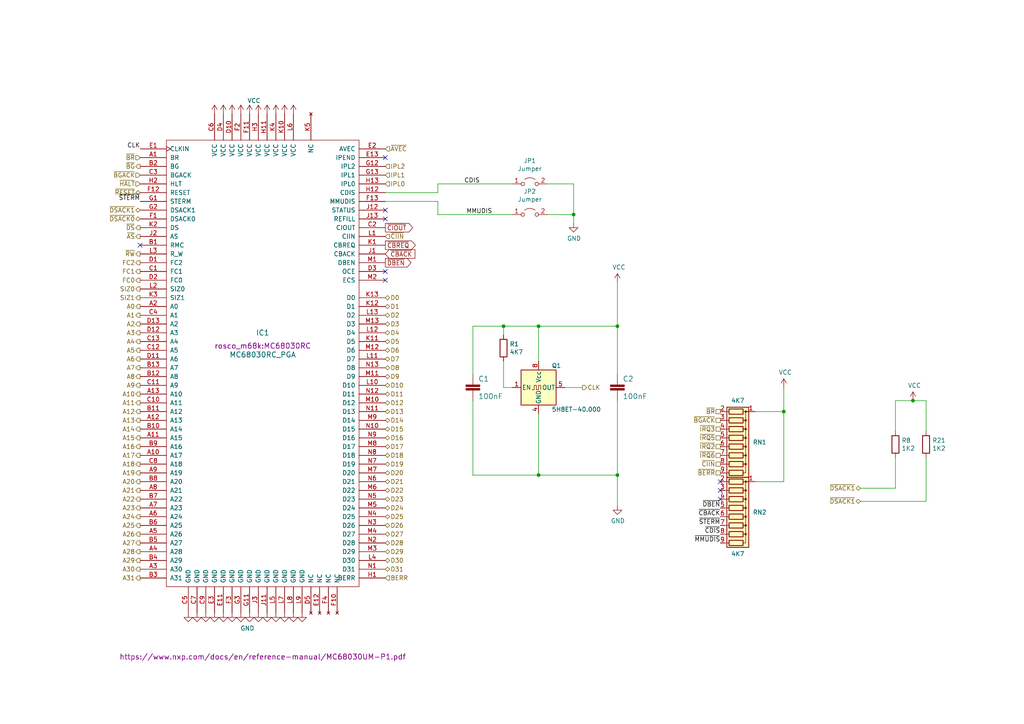
<source format=kicad_sch>
(kicad_sch (version 20230121) (generator eeschema)
  (paper "A4")
  (title_block (title "ROSCO_M68K MC68030 MINI EDITION") (date "2024-02-04") (rev "0") (company "The Really Old-School Company Limited") (comment 2 "See https://github.com/roscopeco/rosco_m68k/blob/master/LICENCE.hardware.txt") (comment 3 "Open Source Hardware licenced under CERN Open Hardware Licence") (comment 4 "Copyright 2024 Ross Bamford and Contributors"))
  (lib_symbols
    (symbol "Device:R" (pin_numbers hide) (pin_names (offset 0))
      (property "Reference" "R" (at 2.032 0 90))
      (property "Value" "R" (at 0 0 90))
      (symbol "R_0_1"
        (rectangle (start -1.016 -2.54) (end 1.016 2.54) (stroke (width 0.254)))
      )
      (symbol "R_1_1"
        (pin passive line (at 0 3.81 270) (length 1.27) (name "~") (number "1"))
        (pin passive line (at 0 -3.81 90) (length 1.27) (name "~") (number "2"))
      )
    )
    (symbol "Device:R_Network08" (pin_names (offset 0) hide)
      (property "Reference" "RN" (at -12.7 0 90))
      (property "Value" "R_Network08" (at 10.16 0 90))
      (symbol "R_Network08_0_1"
        (rectangle (start -11.43 -3.175) (end 8.89 3.175) (stroke (width 0.254)) (fill (type background)))
        (rectangle (start -10.922 1.524) (end -9.398 -2.54) (stroke (width 0.254)))
        (circle (center -10.16 2.286) (radius 0.254) (fill (type outline)))
        (rectangle (start -8.382 1.524) (end -6.858 -2.54) (stroke (width 0.254)))
        (circle (center -7.62 2.286) (radius 0.254) (fill (type outline)))
        (rectangle (start -5.842 1.524) (end -4.318 -2.54) (stroke (width 0.254)))
        (circle (center -5.08 2.286) (radius 0.254) (fill (type outline)))
        (rectangle (start -3.302 1.524) (end -1.778 -2.54) (stroke (width 0.254)))
        (circle (center -2.54 2.286) (radius 0.254) (fill (type outline)))
        (rectangle (start -0.762 1.524) (end 0.762 -2.54) (stroke (width 0.254)))
        (polyline (pts (xy -10.16 -2.54) (xy -10.16 -3.81)))
        (polyline (pts (xy -7.62 -2.54) (xy -7.62 -3.81)))
        (polyline (pts (xy -5.08 -2.54) (xy -5.08 -3.81)))
        (polyline (pts (xy -2.54 -2.54) (xy -2.54 -3.81)))
        (polyline (pts (xy 0 -2.54) (xy 0 -3.81)))
        (polyline (pts (xy 2.54 -2.54) (xy 2.54 -3.81)))
        (polyline (pts (xy 5.08 -2.54) (xy 5.08 -3.81)))
        (polyline (pts (xy 7.62 -2.54) (xy 7.62 -3.81)))
        (polyline (pts (xy -10.16 1.524) (xy -10.16 2.286) (xy -7.62 2.286) (xy -7.62 1.524)))
        (polyline (pts (xy -7.62 1.524) (xy -7.62 2.286) (xy -5.08 2.286) (xy -5.08 1.524)))
        (polyline (pts (xy -5.08 1.524) (xy -5.08 2.286) (xy -2.54 2.286) (xy -2.54 1.524)))
        (polyline (pts (xy -2.54 1.524) (xy -2.54 2.286) (xy 0 2.286) (xy 0 1.524)))
        (polyline (pts (xy 0 1.524) (xy 0 2.286) (xy 2.54 2.286) (xy 2.54 1.524)))
        (polyline (pts (xy 2.54 1.524) (xy 2.54 2.286) (xy 5.08 2.286) (xy 5.08 1.524)))
        (polyline (pts (xy 5.08 1.524) (xy 5.08 2.286) (xy 7.62 2.286) (xy 7.62 1.524)))
        (circle (center 0 2.286) (radius 0.254) (fill (type outline)))
        (rectangle (start 1.778 1.524) (end 3.302 -2.54) (stroke (width 0.254)))
        (circle (center 2.54 2.286) (radius 0.254) (fill (type outline)))
        (rectangle (start 4.318 1.524) (end 5.842 -2.54) (stroke (width 0.254)))
        (circle (center 5.08 2.286) (radius 0.254) (fill (type outline)))
        (rectangle (start 6.858 1.524) (end 8.382 -2.54) (stroke (width 0.254)))
      )
      (symbol "R_Network08_1_1"
        (pin passive line (at -10.16 5.08 270) (length 2.54) (name "common") (number "1"))
        (pin passive line (at -10.16 -5.08 90) (length 1.27) (name "R1") (number "2"))
        (pin passive line (at -7.62 -5.08 90) (length 1.27) (name "R2") (number "3"))
        (pin passive line (at -5.08 -5.08 90) (length 1.27) (name "R3") (number "4"))
        (pin passive line (at -2.54 -5.08 90) (length 1.27) (name "R4") (number "5"))
        (pin passive line (at 0 -5.08 90) (length 1.27) (name "R5") (number "6"))
        (pin passive line (at 2.54 -5.08 90) (length 1.27) (name "R6") (number "7"))
        (pin passive line (at 5.08 -5.08 90) (length 1.27) (name "R7") (number "8"))
        (pin passive line (at 7.62 -5.08 90) (length 1.27) (name "R8") (number "9"))
      )
    )
    (symbol "Jumper:Jumper_2_Open" (pin_names (offset 0) hide)
      (property "Reference" "JP" (at 0 2.794 0))
      (property "Value" "Jumper_2_Open" (at 0 -2.286 0))
      (symbol "Jumper_2_Open_0_0"
        (circle (center -2.032 0) (radius 0.508))
        (circle (center 2.032 0) (radius 0.508))
      )
      (symbol "Jumper_2_Open_0_1"
        (arc (start 1.524 1.27) (mid 0 1.778) (end -1.524 1.27))
      )
      (symbol "Jumper_2_Open_1_1"
        (pin passive line (at -5.08 0 0) (length 2.54) (name "A") (number "1"))
        (pin passive line (at 5.08 0 180) (length 2.54) (name "B") (number "2"))
      )
    )
    (symbol "Oscillator:CXO_DIP8" (pin_names (offset 0.254))
      (property "Reference" "X" (at -5.08 6.35 0))
      (property "Value" "CXO_DIP8" (at 1.27 -6.35 0))
      (symbol "CXO_DIP8_0_1"
        (rectangle (start -5.08 5.08) (end 5.08 -5.08) (stroke (width 0.254)) (fill (type background)))
        (polyline (pts (xy -1.905 -0.635) (xy -1.27 -0.635) (xy -1.27 0.635) (xy -0.635 0.635) (xy -0.635 -0.635) (xy 0 -0.635) (xy 0 0.635) (xy 0.635 0.635) (xy 0.635 -0.635)))
      )
      (symbol "CXO_DIP8_1_1"
        (pin input line (at -7.62 0 0) (length 2.54) (name "EN") (number "1"))
        (pin power_in line (at 0 -7.62 90) (length 2.54) (name "GND") (number "4"))
        (pin output line (at 7.62 0 180) (length 2.54) (name "OUT") (number "5"))
        (pin power_in line (at 0 7.62 270) (length 2.54) (name "Vcc") (number "8"))
      )
    )
    (symbol "power:GND" (power) (pin_names (offset 0))
      (property "Value" "GND" (at 0 -3.81 0))
      (symbol "GND_0_1"
        (polyline (pts (xy 0 0) (xy 0 -1.27) (xy 1.27 -1.27) (xy 0 -2.54) (xy -1.27 -1.27) (xy 0 -1.27)))
      )
      (symbol "GND_1_1"
        (pin power_in line (at 0 0 270) (length 0) hide (name "GND") (number "1"))
      )
    )
    (symbol "power:VCC" (power) (pin_names (offset 0))
      (property "Value" "VCC" (at 0 3.81 0))
      (symbol "VCC_0_1"
        (polyline (pts (xy -0.762 1.27) (xy 0 2.54)))
        (polyline (pts (xy 0 0) (xy 0 2.54)))
        (polyline (pts (xy 0 2.54) (xy 0.762 1.27)))
      )
      (symbol "VCC_1_1"
        (pin power_in line (at 0 0 90) (length 0) hide (name "VCC") (number "1"))
      )
    )
    (symbol "rosco_m68k-eagle-import:C2,5-3" (pin_names (offset 1.016))
      (property "Reference" "C" (at 1.524 0.381 0))
      (property "Value" "C2,5-3" (at 1.524 -4.699 0))
      (symbol "C2,5-3_1_0"
        (rectangle (start -2.032 -2.032) (end 2.032 -1.524) (fill (type outline)))
        (rectangle (start -2.032 -1.016) (end 2.032 -0.508) (fill (type outline)))
        (polyline (pts (xy 0 -2.54) (xy 0 -2.032)))
        (polyline (pts (xy 0 0) (xy 0 -0.508)))
        (pin passive line (at 0 2.54 270) (length 2.54) (name "1") (number "1"))
        (pin passive line (at 0 -5.08 90) (length 2.54) (name "2") (number "2"))
      )
    )
    (symbol "rosco_m68k:MC68030RC_PGA" (pin_names (offset 1.016))
      (property "Reference" "U" (at 0 0 0))
      (property "Value" "MC68030RC_PGA" (at 0 2.54 0))
      (symbol "MC68030RC_PGA_0_1"
        (rectangle (start -27.94 59.69) (end 27.94 -69.85))
      )
      (symbol "MC68030RC_PGA_1_1"
        (pin input line (at -35.56 54.61 0) (length 7.62) (name "BR") (number "A1"))
        (pin tri_state line (at -35.56 -31.75 0) (length 7.62) (name "A17") (number "A10"))
        (pin tri_state line (at -35.56 -26.67 0) (length 7.62) (name "A15") (number "A11"))
        (pin tri_state line (at -35.56 -21.59 0) (length 7.62) (name "A13") (number "A12"))
        (pin tri_state line (at -35.56 -13.97 0) (length 7.62) (name "A10") (number "A13"))
        (pin tri_state line (at -35.56 11.43 0) (length 7.62) (name "A0") (number "A2"))
        (pin tri_state line (at -35.56 -64.77 0) (length 7.62) (name "A30") (number "A3"))
        (pin tri_state line (at -35.56 -59.69 0) (length 7.62) (name "A28") (number "A4"))
        (pin tri_state line (at -35.56 -54.61 0) (length 7.62) (name "A26") (number "A5"))
        (pin tri_state line (at -35.56 -49.53 0) (length 7.62) (name "A24") (number "A6"))
        (pin tri_state line (at -35.56 -46.99 0) (length 7.62) (name "A23") (number "A7"))
        (pin tri_state line (at -35.56 -41.91 0) (length 7.62) (name "A21") (number "A8"))
        (pin tri_state line (at -35.56 -36.83 0) (length 7.62) (name "A19") (number "A9"))
        (pin output line (at -35.56 29.21 0) (length 7.62) (name "RMC") (number "B1"))
        (pin tri_state line (at -35.56 -24.13 0) (length 7.62) (name "A14") (number "B10"))
        (pin tri_state line (at -35.56 -19.05 0) (length 7.62) (name "A12") (number "B11"))
        (pin tri_state line (at -35.56 -8.89 0) (length 7.62) (name "A8") (number "B12"))
        (pin tri_state line (at -35.56 -6.35 0) (length 7.62) (name "A7") (number "B13"))
        (pin output line (at -35.56 52.07 0) (length 7.62) (name "BG") (number "B2"))
        (pin tri_state line (at -35.56 -67.31 0) (length 7.62) (name "A31") (number "B3"))
        (pin tri_state line (at -35.56 -62.23 0) (length 7.62) (name "A29") (number "B4"))
        (pin tri_state line (at -35.56 -57.15 0) (length 7.62) (name "A27") (number "B5"))
        (pin tri_state line (at -35.56 -52.07 0) (length 7.62) (name "A25") (number "B6"))
        (pin tri_state line (at -35.56 -44.45 0) (length 7.62) (name "A22") (number "B7"))
        (pin tri_state line (at -35.56 -39.37 0) (length 7.62) (name "A20") (number "B8"))
        (pin tri_state line (at -35.56 -29.21 0) (length 7.62) (name "A16") (number "B9"))
        (pin output line (at -35.56 21.59 0) (length 7.62) (name "FC1") (number "C1"))
        (pin tri_state line (at -35.56 -16.51 0) (length 7.62) (name "A11") (number "C10"))
        (pin tri_state line (at -35.56 -11.43 0) (length 7.62) (name "A9") (number "C11"))
        (pin tri_state line (at -35.56 -1.27 0) (length 7.62) (name "A5") (number "C12"))
        (pin tri_state line (at -35.56 1.27 0) (length 7.62) (name "A4") (number "C13"))
        (pin output line (at 35.56 34.29 180) (length 7.62) (name "CIOUT") (number "C2"))
        (pin output line (at -35.56 49.53 0) (length 7.62) (name "BGACK") (number "C3"))
        (pin tri_state line (at -35.56 8.89 0) (length 7.62) (name "A1") (number "C4"))
        (pin passive line (at -21.59 -77.47 90) (length 7.62) (name "GND") (number "C5"))
        (pin power_in line (at -13.97 67.31 270) (length 7.62) (name "VCC") (number "C6"))
        (pin passive line (at -19.05 -77.47 90) (length 7.62) (name "GND") (number "C7"))
        (pin tri_state line (at -35.56 -34.29 0) (length 7.62) (name "A18") (number "C8"))
        (pin passive line (at -16.51 -77.47 90) (length 7.62) (name "GND") (number "C9"))
        (pin output line (at -35.56 24.13 0) (length 7.62) (name "FC2") (number "D1"))
        (pin power_in line (at -8.89 67.31 270) (length 7.62) (name "VCC") (number "D10"))
        (pin tri_state line (at -35.56 -3.81 0) (length 7.62) (name "A6") (number "D11"))
        (pin tri_state line (at -35.56 3.81 0) (length 7.62) (name "A3") (number "D12"))
        (pin tri_state line (at -35.56 6.35 0) (length 7.62) (name "A2") (number "D13"))
        (pin output line (at -35.56 19.05 0) (length 7.62) (name "FC0") (number "D2"))
        (pin input line (at 35.56 21.59 180) (length 7.62) (name "OCE") (number "D3"))
        (pin power_in line (at -11.43 67.31 270) (length 7.62) (name "VCC") (number "D4"))
        (pin no_connect line (at 13.97 -77.47 90) (length 7.62) (name "NC") (number "D5"))
        (pin input clock (at -35.56 57.15 0) (length 7.62) (name "CLKIN") (number "E1"))
        (pin passive line (at -11.43 -77.47 90) (length 7.62) (name "GND") (number "E11"))
        (pin no_connect line (at 16.51 -77.47 90) (length 7.62) (name "NC") (number "E12"))
        (pin output line (at 35.56 54.61 180) (length 7.62) (name "IPEND") (number "E13"))
        (pin input line (at 35.56 57.15 180) (length 7.62) (name "AVEC") (number "E2"))
        (pin passive line (at -13.97 -77.47 90) (length 7.62) (name "GND") (number "E3"))
        (pin input line (at -35.56 36.83 0) (length 7.62) (name "DSACK0") (number "F1"))
        (pin no_connect line (at 21.59 -77.47 90) (length 7.62) (name "NC") (number "F10"))
        (pin power_in line (at -3.81 67.31 270) (length 7.62) (name "VCC") (number "F11"))
        (pin input line (at -35.56 44.45 0) (length 7.62) (name "RESET") (number "F12"))
        (pin input line (at 35.56 41.91 180) (length 7.62) (name "MMUDIS") (number "F13"))
        (pin power_in line (at -6.35 67.31 270) (length 7.62) (name "VCC") (number "F2"))
        (pin passive line (at -8.89 -77.47 90) (length 7.62) (name "GND") (number "F3"))
        (pin no_connect line (at 19.05 -77.47 90) (length 7.62) (name "NC") (number "F4"))
        (pin input line (at -35.56 41.91 0) (length 7.62) (name "STERM") (number "G1"))
        (pin passive line (at -3.81 -77.47 90) (length 7.62) (name "GND") (number "G11"))
        (pin input line (at 35.56 52.07 180) (length 7.62) (name "IPL2") (number "G12"))
        (pin input line (at 35.56 49.53 180) (length 7.62) (name "IPL1") (number "G13"))
        (pin input line (at -35.56 39.37 0) (length 7.62) (name "DSACK1") (number "G2"))
        (pin passive line (at -6.35 -77.47 90) (length 7.62) (name "GND") (number "G3"))
        (pin input line (at 35.56 -67.31 180) (length 7.62) (name "BERR") (number "H1"))
        (pin power_in line (at 1.27 67.31 270) (length 7.62) (name "VCC") (number "H11"))
        (pin input line (at 35.56 44.45 180) (length 7.62) (name "CDIS") (number "H12"))
        (pin input line (at 35.56 46.99 180) (length 7.62) (name "IPL0") (number "H13"))
        (pin bidirectional line (at -35.56 46.99 0) (length 7.62) (name "HLT") (number "H2"))
        (pin power_in line (at -1.27 67.31 270) (length 7.62) (name "VCC") (number "H3"))
        (pin input line (at 35.56 26.67 180) (length 7.62) (name "CBACK") (number "J1"))
        (pin passive line (at 1.27 -77.47 90) (length 7.62) (name "GND") (number "J11"))
        (pin input line (at 35.56 39.37 180) (length 7.62) (name "STATUS") (number "J12"))
        (pin input line (at 35.56 36.83 180) (length 7.62) (name "REFILL") (number "J13"))
        (pin output line (at -35.56 31.75 0) (length 7.62) (name "AS") (number "J2"))
        (pin passive line (at -1.27 -77.47 90) (length 7.62) (name "GND") (number "J3"))
        (pin input line (at 35.56 29.21 180) (length 7.62) (name "CBREQ") (number "K1"))
        (pin power_in line (at 6.35 67.31 270) (length 7.62) (name "VCC") (number "K10"))
        (pin input line (at 35.56 1.27 180) (length 7.62) (name "D5") (number "K11"))
        (pin input line (at 35.56 11.43 180) (length 7.62) (name "D1") (number "K12"))
        (pin input line (at 35.56 13.97 180) (length 7.62) (name "D0") (number "K13"))
        (pin output line (at -35.56 34.29 0) (length 7.62) (name "DS") (number "K2"))
        (pin output line (at -35.56 13.97 0) (length 7.62) (name "SIZ1") (number "K3"))
        (pin power_in line (at 3.81 67.31 270) (length 7.62) (name "VCC") (number "K4"))
        (pin no_connect line (at 13.97 67.31 270) (length 7.62) (name "NC") (number "K5"))
        (pin input line (at 35.56 31.75 180) (length 7.62) (name "CIIN") (number "L1"))
        (pin input line (at 35.56 -11.43 180) (length 7.62) (name "D10") (number "L10"))
        (pin input line (at 35.56 -3.81 180) (length 7.62) (name "D7") (number "L11"))
        (pin input line (at 35.56 3.81 180) (length 7.62) (name "D4") (number "L12"))
        (pin input line (at 35.56 8.89 180) (length 7.62) (name "D2") (number "L13"))
        (pin output line (at -35.56 16.51 0) (length 7.62) (name "SIZ0") (number "L2"))
        (pin output line (at -35.56 26.67 0) (length 7.62) (name "R_W") (number "L3"))
        (pin input line (at 35.56 -62.23 180) (length 7.62) (name "D30") (number "L4"))
        (pin passive line (at 3.81 -77.47 90) (length 7.62) (name "GND") (number "L5"))
        (pin power_in line (at 8.89 67.31 270) (length 7.62) (name "VCC") (number "L6"))
        (pin passive line (at 6.35 -77.47 90) (length 7.62) (name "GND") (number "L7"))
        (pin passive line (at 8.89 -77.47 90) (length 7.62) (name "GND") (number "L8"))
        (pin passive line (at 11.43 -77.47 90) (length 7.62) (name "GND") (number "L9"))
        (pin input line (at 35.56 24.13 180) (length 7.62) (name "DBEN") (number "M1"))
        (pin input line (at 35.56 -16.51 180) (length 7.62) (name "D12") (number "M10"))
        (pin input line (at 35.56 -8.89 180) (length 7.62) (name "D9") (number "M11"))
        (pin input line (at 35.56 -1.27 180) (length 7.62) (name "D6") (number "M12"))
        (pin input line (at 35.56 6.35 180) (length 7.62) (name "D3") (number "M13"))
        (pin input line (at 35.56 19.05 180) (length 7.62) (name "ECS") (number "M2"))
        (pin input line (at 35.56 -59.69 180) (length 7.62) (name "D29") (number "M3"))
        (pin bidirectional line (at 35.56 -54.61 180) (length 7.62) (name "D27") (number "M4"))
        (pin input line (at 35.56 -46.99 180) (length 7.62) (name "D24") (number "M5"))
        (pin input line (at 35.56 -41.91 180) (length 7.62) (name "D22") (number "M6"))
        (pin input line (at 35.56 -36.83 180) (length 7.62) (name "D20") (number "M7"))
        (pin input line (at 35.56 -29.21 180) (length 7.62) (name "D17") (number "M8"))
        (pin input line (at 35.56 -21.59 180) (length 7.62) (name "D14") (number "M9"))
        (pin input line (at 35.56 -64.77 180) (length 7.62) (name "D31") (number "N1"))
        (pin input line (at 35.56 -24.13 180) (length 7.62) (name "D15") (number "N10"))
        (pin input line (at 35.56 -19.05 180) (length 7.62) (name "D13") (number "N11"))
        (pin input line (at 35.56 -13.97 180) (length 7.62) (name "D11") (number "N12"))
        (pin input line (at 35.56 -6.35 180) (length 7.62) (name "D8") (number "N13"))
        (pin input line (at 35.56 -57.15 180) (length 7.62) (name "D28") (number "N2"))
        (pin bidirectional line (at 35.56 -52.07 180) (length 7.62) (name "D26") (number "N3"))
        (pin input line (at 35.56 -49.53 180) (length 7.62) (name "D25") (number "N4"))
        (pin input line (at 35.56 -44.45 180) (length 7.62) (name "D23") (number "N5"))
        (pin input line (at 35.56 -39.37 180) (length 7.62) (name "D21") (number "N6"))
        (pin input line (at 35.56 -34.29 180) (length 7.62) (name "D19") (number "N7"))
        (pin input line (at 35.56 -31.75 180) (length 7.62) (name "D18") (number "N8"))
        (pin input line (at 35.56 -26.67 180) (length 7.62) (name "D16") (number "N9"))
      )
    )
  )
  (junction (at 156.21 94.615))
  (junction (at 166.37 62.23))
  (junction (at 227.33 119.38))
  (junction (at 264.795 116.205))
  (junction (at 146.05 94.615))
  (junction (at 179.07 137.795))
  (junction (at 156.21 137.795))
  (junction (at 179.07 94.615))
  (no_connect (at 40.64 71.12))
  (no_connect (at 111.76 60.96))
  (no_connect (at 111.76 63.5))
  (no_connect (at 111.76 45.72))
  (no_connect (at 208.915 144.78))
  (no_connect (at 111.76 78.74))
  (no_connect (at 111.76 81.28))
  (no_connect (at 208.915 139.7))
  (no_connect (at 208.915 142.24))
  (wire (pts (xy 219.075 119.38) (xy 227.33 119.38)))
  (wire (pts (xy 163.83 112.395) (xy 168.91 112.395)))
  (wire (pts (xy 111.76 58.42) (xy 127 58.42)))
  (wire (pts (xy 166.37 62.23) (xy 166.37 53.34)))
  (wire (pts (xy 146.05 94.615) (xy 156.21 94.615)))
  (wire (pts (xy 137.16 94.615) (xy 146.05 94.615)))
  (wire (pts (xy 179.07 81.915) (xy 179.07 94.615)))
  (wire (pts (xy 127 53.34) (xy 148.59 53.34)))
  (wire (pts (xy 249.555 141.605) (xy 259.715 141.605)))
  (wire (pts (xy 264.795 116.205) (xy 268.605 116.205)))
  (wire (pts (xy 227.33 119.38) (xy 227.33 139.7)))
  (wire (pts (xy 146.05 112.395) (xy 148.59 112.395)))
  (wire (pts (xy 249.555 145.415) (xy 268.605 145.415)))
  (wire (pts (xy 179.07 108.585) (xy 179.07 94.615)))
  (wire (pts (xy 259.715 125.095) (xy 259.715 116.205)))
  (wire (pts (xy 127 53.34) (xy 127 55.88)))
  (wire (pts (xy 156.21 120.015) (xy 156.21 137.795)))
  (wire (pts (xy 127 58.42) (xy 127 62.23)))
  (wire (pts (xy 259.715 141.605) (xy 259.715 132.715)))
  (wire (pts (xy 156.21 137.795) (xy 137.16 137.795)))
  (wire (pts (xy 227.33 139.7) (xy 219.075 139.7)))
  (wire (pts (xy 137.16 116.205) (xy 137.16 137.795)))
  (wire (pts (xy 158.75 53.34) (xy 166.37 53.34)))
  (wire (pts (xy 156.21 94.615) (xy 179.07 94.615)))
  (wire (pts (xy 158.75 62.23) (xy 166.37 62.23)))
  (wire (pts (xy 111.76 55.88) (xy 127 55.88)))
  (wire (pts (xy 179.07 137.795) (xy 179.07 146.685)))
  (wire (pts (xy 259.715 116.205) (xy 264.795 116.205)))
  (wire (pts (xy 137.16 108.585) (xy 137.16 94.615)))
  (wire (pts (xy 166.37 62.23) (xy 166.37 64.77)))
  (wire (pts (xy 156.21 94.615) (xy 156.21 104.775)))
  (wire (pts (xy 268.605 116.205) (xy 268.605 125.095)))
  (wire (pts (xy 179.07 116.205) (xy 179.07 137.795)))
  (wire (pts (xy 146.05 97.155) (xy 146.05 94.615)))
  (wire (pts (xy 179.07 137.795) (xy 156.21 137.795)))
  (wire (pts (xy 146.05 104.775) (xy 146.05 112.395)))
  (wire (pts (xy 127 62.23) (xy 148.59 62.23)))
  (wire (pts (xy 227.33 112.395) (xy 227.33 119.38)))
  (wire (pts (xy 268.605 132.715) (xy 268.605 145.415)))
  (label "~{STERM}" (at 208.915 152.4 180))
  (label "MMUDIS" (at 135.255 62.23 0))
  (label "CLK" (at 40.64 43.18 180))
  (label "~{DBEN}" (at 208.915 147.32 180))
  (label "~{STERM}" (at 40.64 58.42 180))
  (label "CDIS" (at 134.62 53.34 0))
  (label "~{CBACK}" (at 208.915 149.86 180))
  (label "~{MMUDIS}" (at 208.915 157.48 180))
  (label "~{CDIS}" (at 208.915 154.94 180))
  (global_label "~{CBACK}" (shape input) (at 111.76 73.66 0) (property "Intersheetrefs" "${INTERSHEET_REFS}" (effects hide)))
  (global_label "~{DBEN}" (shape output) (at 111.76 76.2 0) (property "Intersheetrefs" "${INTERSHEET_REFS}" (effects hide)))
  (global_label "~{CBREQ}" (shape output) (at 111.76 71.12 0) (property "Intersheetrefs" "${INTERSHEET_REFS}" (effects hide)))
  (global_label "~{CIOUT}" (shape output) (at 111.76 66.04 0) (property "Intersheetrefs" "${INTERSHEET_REFS}" (effects hide)))
  (hierarchical_label "A14" (shape output) (at 40.64 124.46 180))
  (hierarchical_label "D27" (shape bidirectional) (at 111.76 154.94 0))
  (hierarchical_label "D30" (shape bidirectional) (at 111.76 162.56 0))
  (hierarchical_label "~{CIIN}" (shape passive) (at 208.915 134.62 180))
  (hierarchical_label "D28" (shape bidirectional) (at 111.76 157.48 0))
  (hierarchical_label "D4" (shape bidirectional) (at 111.76 96.52 0))
  (hierarchical_label "~{DSACK0}" (shape tri_state) (at 40.64 63.5 180))
  (hierarchical_label "D13" (shape bidirectional) (at 111.76 119.38 0))
  (hierarchical_label "D1" (shape bidirectional) (at 111.76 88.9 0))
  (hierarchical_label "~{RW}" (shape output) (at 40.64 73.66 180))
  (hierarchical_label "A1" (shape output) (at 40.64 91.44 180))
  (hierarchical_label "~{DSACK1}" (shape tri_state) (at 40.64 60.96 180))
  (hierarchical_label "~{AVEC}" (shape input) (at 111.76 43.18 0))
  (hierarchical_label "D9" (shape bidirectional) (at 111.76 109.22 0))
  (hierarchical_label "FC0" (shape output) (at 40.64 81.28 180))
  (hierarchical_label "A22" (shape output) (at 40.64 144.78 180))
  (hierarchical_label "A19" (shape output) (at 40.64 137.16 180))
  (hierarchical_label "FC1" (shape output) (at 40.64 78.74 180))
  (hierarchical_label "A10" (shape output) (at 40.64 114.3 180))
  (hierarchical_label "~{DSACK1}" (shape bidirectional) (at 249.555 145.415 180))
  (hierarchical_label "~{BGACK}" (shape input) (at 40.64 50.8 180))
  (hierarchical_label "D22" (shape bidirectional) (at 111.76 142.24 0))
  (hierarchical_label "A6" (shape output) (at 40.64 104.14 180))
  (hierarchical_label "~{IRQ5}" (shape passive) (at 208.915 127 180))
  (hierarchical_label "A21" (shape output) (at 40.64 142.24 180))
  (hierarchical_label "~{CIIN}" (shape input) (at 111.76 68.58 0))
  (hierarchical_label "D20" (shape bidirectional) (at 111.76 137.16 0))
  (hierarchical_label "~{BERR}" (shape passive) (at 208.915 137.16 180))
  (hierarchical_label "~{BG}" (shape output) (at 40.64 48.26 180))
  (hierarchical_label "IPL0" (shape input) (at 111.76 53.34 0))
  (hierarchical_label "A11" (shape output) (at 40.64 116.84 180))
  (hierarchical_label "A31" (shape output) (at 40.64 167.64 180))
  (hierarchical_label "A2" (shape output) (at 40.64 93.98 180))
  (hierarchical_label "~{AS}" (shape output) (at 40.64 68.58 180))
  (hierarchical_label "A15" (shape output) (at 40.64 127 180))
  (hierarchical_label "A13" (shape output) (at 40.64 121.92 180))
  (hierarchical_label "D25" (shape bidirectional) (at 111.76 149.86 0))
  (hierarchical_label "~{BGACK}" (shape passive) (at 208.915 121.92 180))
  (hierarchical_label "~{HALT}" (shape input) (at 40.64 53.34 180))
  (hierarchical_label "D14" (shape bidirectional) (at 111.76 121.92 0))
  (hierarchical_label "~{IRQ6}" (shape passive) (at 208.915 132.08 180))
  (hierarchical_label "D31" (shape bidirectional) (at 111.76 165.1 0))
  (hierarchical_label "D24" (shape bidirectional) (at 111.76 147.32 0))
  (hierarchical_label "IPL2" (shape input) (at 111.76 48.26 0))
  (hierarchical_label "D21" (shape bidirectional) (at 111.76 139.7 0))
  (hierarchical_label "A8" (shape output) (at 40.64 109.22 180))
  (hierarchical_label "A24" (shape output) (at 40.64 149.86 180))
  (hierarchical_label "A12" (shape output) (at 40.64 119.38 180))
  (hierarchical_label "A7" (shape output) (at 40.64 106.68 180))
  (hierarchical_label "D7" (shape bidirectional) (at 111.76 104.14 0))
  (hierarchical_label "CLK" (shape output) (at 168.91 112.395 0))
  (hierarchical_label "A27" (shape output) (at 40.64 157.48 180))
  (hierarchical_label "A4" (shape output) (at 40.64 99.06 180))
  (hierarchical_label "BERR" (shape input) (at 111.76 167.64 0))
  (hierarchical_label "D2" (shape bidirectional) (at 111.76 91.44 0))
  (hierarchical_label "A5" (shape output) (at 40.64 101.6 180))
  (hierarchical_label "A20" (shape output) (at 40.64 139.7 180))
  (hierarchical_label "D26" (shape bidirectional) (at 111.76 152.4 0))
  (hierarchical_label "D18" (shape bidirectional) (at 111.76 132.08 0))
  (hierarchical_label "D16" (shape bidirectional) (at 111.76 127 0))
  (hierarchical_label "D15" (shape bidirectional) (at 111.76 124.46 0))
  (hierarchical_label "~{IRQ2}" (shape passive) (at 208.915 129.54 180))
  (hierarchical_label "D19" (shape bidirectional) (at 111.76 134.62 0))
  (hierarchical_label "D17" (shape bidirectional) (at 111.76 129.54 0))
  (hierarchical_label "~{RESET}" (shape bidirectional) (at 40.64 55.88 180))
  (hierarchical_label "D10" (shape bidirectional) (at 111.76 111.76 0))
  (hierarchical_label "A16" (shape output) (at 40.64 129.54 180))
  (hierarchical_label "A25" (shape output) (at 40.64 152.4 180))
  (hierarchical_label "D5" (shape bidirectional) (at 111.76 99.06 0))
  (hierarchical_label "~{DS}" (shape output) (at 40.64 66.04 180))
  (hierarchical_label "~{BR}" (shape input) (at 40.64 45.72 180))
  (hierarchical_label "~{BR}" (shape passive) (at 208.915 119.38 180))
  (hierarchical_label "D0" (shape bidirectional) (at 111.76 86.36 0))
  (hierarchical_label "D8" (shape bidirectional) (at 111.76 106.68 0))
  (hierarchical_label "A23" (shape output) (at 40.64 147.32 180))
  (hierarchical_label "SIZ1" (shape output) (at 40.64 86.36 180))
  (hierarchical_label "~{DSACK1}" (shape bidirectional) (at 249.555 141.605 180))
  (hierarchical_label "D29" (shape bidirectional) (at 111.76 160.02 0))
  (hierarchical_label "D3" (shape bidirectional) (at 111.76 93.98 0))
  (hierarchical_label "A26" (shape output) (at 40.64 154.94 180))
  (hierarchical_label "D12" (shape bidirectional) (at 111.76 116.84 0))
  (hierarchical_label "~{IRQ3}" (shape passive) (at 208.915 124.46 180))
  (hierarchical_label "A9" (shape output) (at 40.64 111.76 180))
  (hierarchical_label "A17" (shape output) (at 40.64 132.08 180))
  (hierarchical_label "SIZ0" (shape output) (at 40.64 83.82 180))
  (hierarchical_label "A29" (shape output) (at 40.64 162.56 180))
  (hierarchical_label "A28" (shape output) (at 40.64 160.02 180))
  (hierarchical_label "IPL1" (shape input) (at 111.76 50.8 0))
  (hierarchical_label "A0" (shape output) (at 40.64 88.9 180))
  (hierarchical_label "D11" (shape bidirectional) (at 111.76 114.3 0))
  (hierarchical_label "A30" (shape output) (at 40.64 165.1 180))
  (hierarchical_label "FC2" (shape output) (at 40.64 76.2 180))
  (hierarchical_label "A3" (shape output) (at 40.64 96.52 180))
  (hierarchical_label "D23" (shape bidirectional) (at 111.76 144.78 0))
  (hierarchical_label "A18" (shape output) (at 40.64 134.62 180))
  (hierarchical_label "D6" (shape bidirectional) (at 111.76 101.6 0))
  (symbol (lib_id "power:VCC") (at 227.33 112.395 0) (unit 1)
    (property "Reference" "#PWR028" (effects hide))
    (property "Value" "VCC" (at 227.7618 108.0008 0))
  )
  (symbol (lib_id "power:VCC") (at 179.07 81.915 0) (unit 1)
    (property "Reference" "#PWR026" (effects hide))
    (property "Value" "VCC" (at 179.5018 77.5208 0))
  )
  (symbol (lib_id "power:GND") (at 179.07 146.685 0) (unit 1)
    (property "Reference" "#PWR027" (effects hide))
    (property "Value" "GND" (at 179.197 151.0792 0))
  )
  (symbol (lib_id "rosco_m68k-eagle-import:C2,5-3") (at 137.16 111.125 0) (unit 1)
    (property "Reference" "C1" (at 138.684 110.744 0) (effects (font (size 1.4986 1.4986)) (justify left bottom)))
    (property "Value" "100nF" (at 138.684 115.824 0) (effects (font (size 1.4986 1.4986)) (justify left bottom)))
    (property "Footprint" "Capacitor_SMD:C_0201_0603Metric" (effects hide))
  )
  (symbol (lib_id "rosco_m68k-eagle-import:C2,5-3") (at 179.07 111.125 0) (unit 1)
    (property "Reference" "C2" (at 180.594 110.744 0) (effects (font (size 1.4986 1.4986)) (justify left bottom)))
    (property "Value" "100nF" (at 180.594 115.824 0) (effects (font (size 1.4986 1.4986)) (justify left bottom)))
    (property "Footprint" "Capacitor_SMD:C_0201_0603Metric" (effects hide))
  )
  (symbol (lib_id "Oscillator:CXO_DIP8") (at 156.21 112.395 0) (unit 1)
    (property "Reference" "Q1" (at 160.02 106.045 0) (effects (justify left)))
    (property "Value" "5H8ET-40.000" (at 160.02 118.745 0) (effects (justify left)))
    (property "Footprint" "Oscillator:Oscillator_DIP-8" (effects hide))
    (property "Datasheet" "http://cdn-reichelt.de/documents/datenblatt/B400/OSZI.pdf" (effects hide))
  )
  (symbol (lib_id "Device:R") (at 146.05 100.965 0) (unit 1)
    (property "Reference" "R1" (at 147.828 99.7966 0) (effects (justify left)))
    (property "Value" "4K7" (at 147.828 102.108 0) (effects (justify left)))
    (property "Footprint" "Resistor_SMD:R_0201_0603Metric" (effects hide))
  )
  (symbol (lib_id "Jumper:Jumper_2_Open") (at 153.67 53.34 0) (unit 1)
    (property "Reference" "JP1" (at 153.67 46.6344 0))
    (property "Value" "Jumper" (at 153.67 48.9458 0))
    (property "Footprint" "Jumper:SolderJumper-2_P1.3mm_Open_TrianglePad1.0x1.5mm" (effects hide))
  )
  (symbol (lib_id "power:GND") (at 57.15 177.8 0) (unit 1)
    (property "Reference" "#PWR02" (effects hide))
    (property "Value" "GND" (effects hide))
  )
  (symbol (lib_id "rosco_m68k:MC68030RC_PGA") (at 76.2 100.33 0) (unit 1)
    (property "Reference" "IC1" (at 76.2 96.52 0) (effects (font (size 1.524 1.524))))
    (property "Value" "MC68030RC_PGA" (at 76.2 102.87 0) (effects (font (size 1.524 1.524))))
    (property "Footprint" "rosco_m68k:MC68030RC" (at 76.2 100.33 0) (effects (font (size 1.524 1.524))))
    (property "Datasheet" "https://www.nxp.com/docs/en/reference-manual/MC68030UM-P1.pdf" (at 76.2 190.5 0) (effects (font (size 1.524 1.524))))
  )
  (symbol (lib_id "power:GND") (at 80.01 177.8 0) (unit 1)
    (property "Reference" "#PWR019" (effects hide))
    (property "Value" "GND" (effects hide))
  )
  (symbol (lib_id "power:VCC") (at 62.23 33.02 0) (unit 1)
    (property "Reference" "#PWR04" (effects hide))
    (property "Value" "VCC" (at 73.66 29.21 0))
  )
  (symbol (lib_id "power:GND") (at 62.23 177.8 0) (unit 1)
    (property "Reference" "#PWR05" (effects hide))
    (property "Value" "GND" (effects hide))
  )
  (symbol (lib_id "power:GND") (at 69.85 177.8 0) (unit 1)
    (property "Reference" "#PWR011" (effects hide))
    (property "Value" "GND" (effects hide))
  )
  (symbol (lib_id "power:VCC") (at 69.85 33.02 0) (unit 1)
    (property "Reference" "#PWR010" (effects hide))
    (property "Value" "VCC" (effects hide))
  )
  (symbol (lib_id "power:GND") (at 54.61 177.8 0) (unit 1)
    (property "Reference" "#PWR01" (effects hide))
    (property "Value" "GND" (effects hide))
  )
  (symbol (lib_id "power:GND") (at 77.47 177.8 0) (unit 1)
    (property "Reference" "#PWR017" (effects hide))
    (property "Value" "GND" (at 71.755 182.245 0))
  )
  (symbol (lib_id "power:VCC") (at 82.55 33.02 0) (unit 1)
    (property "Reference" "#PWR020" (effects hide))
    (property "Value" "VCC" (effects hide))
  )
  (symbol (lib_id "Jumper:Jumper_2_Open") (at 153.67 62.23 0) (unit 1)
    (property "Reference" "JP2" (at 153.67 55.5244 0))
    (property "Value" "Jumper" (at 153.67 57.8358 0))
    (property "Footprint" "Jumper:SolderJumper-2_P1.3mm_Open_TrianglePad1.0x1.5mm" (effects hide))
  )
  (symbol (lib_id "power:VCC") (at 80.01 33.02 0) (unit 1)
    (property "Reference" "#PWR018" (effects hide))
    (property "Value" "VCC" (effects hide))
  )
  (symbol (lib_id "power:GND") (at 87.63 177.8 0) (unit 1)
    (property "Reference" "#PWR024" (effects hide))
    (property "Value" "GND" (effects hide))
  )
  (symbol (lib_id "power:VCC") (at 77.47 33.02 0) (unit 1)
    (property "Reference" "#PWR016" (effects hide))
    (property "Value" "VCC" (effects hide))
  )
  (symbol (lib_id "power:GND") (at 82.55 177.8 0) (unit 1)
    (property "Reference" "#PWR021" (effects hide))
    (property "Value" "GND" (effects hide))
  )
  (symbol (lib_id "Device:R") (at 268.605 128.905 0) (unit 1)
    (property "Reference" "R21" (at 270.383 127.7366 0) (effects (justify left)))
    (property "Value" "1K2" (at 270.383 130.048 0) (effects (justify left)))
    (property "Footprint" "Resistor_SMD:R_0201_0603Metric" (effects hide))
    (instances (project "rosco_m68k" (path "" (reference "R21") (unit 1)) (path "" (reference "R3") (unit 1))))
  )
  (symbol (lib_id "power:VCC") (at 72.39 33.02 0) (unit 1)
    (property "Reference" "#PWR012" (effects hide))
    (property "Value" "VCC" (effects hide))
  )
  (symbol (lib_id "power:VCC") (at 74.93 33.02 0) (unit 1)
    (property "Reference" "#PWR014" (effects hide))
    (property "Value" "VCC" (effects hide))
  )
  (symbol (lib_id "power:GND") (at 59.69 177.8 0) (unit 1)
    (property "Reference" "#PWR03" (effects hide))
    (property "Value" "GND" (effects hide))
  )
  (symbol (lib_id "power:GND") (at 64.77 177.8 0) (unit 1)
    (property "Reference" "#PWR07" (effects hide))
    (property "Value" "GND" (effects hide))
  )
  (symbol (lib_id "power:GND") (at 72.39 177.8 0) (unit 1)
    (property "Reference" "#PWR013" (effects hide))
    (property "Value" "GND" (effects hide))
  )
  (symbol (lib_id "power:VCC") (at 264.795 116.205 0) (unit 1)
    (property "Reference" "#PWR0116" (effects hide))
    (property "Value" "VCC" (at 265.2268 111.8108 0))
    (instances (project "rosco_m68k" (path "" (reference "#PWR0116") (unit 1)) (path "" (reference "#PWR031") (unit 1))))
  )
  (symbol (lib_id "power:VCC") (at 67.31 33.02 0) (unit 1)
    (property "Reference" "#PWR08" (effects hide))
    (property "Value" "VCC" (effects hide))
  )
  (symbol (lib_id "power:GND") (at 85.09 177.8 0) (unit 1)
    (property "Reference" "#PWR023" (effects hide))
    (property "Value" "GND" (effects hide))
  )
  (symbol (lib_id "power:GND") (at 74.93 177.8 0) (unit 1)
    (property "Reference" "#PWR015" (effects hide))
    (property "Value" "GND" (effects hide))
  )
  (symbol (lib_id "Device:R") (at 259.715 128.905 0) (unit 1)
    (property "Reference" "R8" (at 261.493 127.7366 0) (effects (justify left)))
    (property "Value" "1K2" (at 261.493 130.048 0) (effects (justify left)))
    (property "Footprint" "Resistor_SMD:R_0201_0603Metric" (effects hide))
    (instances (project "rosco_m68k" (path "" (reference "R8") (unit 1)) (path "" (reference "R2") (unit 1))))
  )
  (symbol (lib_id "power:GND") (at 166.37 64.77 0) (unit 1)
    (property "Reference" "#PWR025" (effects hide))
    (property "Value" "GND" (at 166.497 69.1642 0))
  )
  (symbol (lib_id "Device:R_Network08") (at 213.995 129.54 270) (unit 1)
    (property "Reference" "RN1" (at 220.345 128.27 90))
    (property "Value" "4K7" (at 213.995 116.1796 90))
    (property "Footprint" "Resistor_THT:R_Array_SIP9" (effects hide))
    (property "Datasheet" "http://www.vishay.com/docs/31509/csc.pdf" (effects hide))
  )
  (symbol (lib_id "power:VCC") (at 64.77 33.02 0) (unit 1)
    (property "Reference" "#PWR06" (effects hide))
    (property "Value" "VCC" (effects hide))
  )
  (symbol (lib_id "Device:R_Network08") (at 213.995 149.86 270) (unit 1)
    (property "Reference" "RN2" (at 220.345 148.59 90))
    (property "Value" "4K7" (at 213.995 160.655 90))
    (property "Footprint" "Resistor_THT:R_Array_SIP9" (effects hide))
    (property "Datasheet" "http://www.vishay.com/docs/31509/csc.pdf" (effects hide))
  )
  (symbol (lib_id "power:VCC") (at 85.09 33.02 0) (unit 1)
    (property "Reference" "#PWR022" (effects hide))
    (property "Value" "VCC" (effects hide))
  )
  (symbol (lib_id "power:GND") (at 67.31 177.8 0) (unit 1)
    (property "Reference" "#PWR09" (effects hide))
    (property "Value" "GND" (effects hide))
  )
)
</source>
